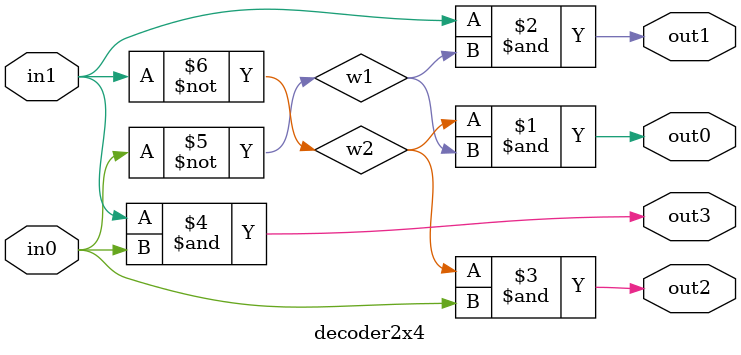
<source format=v>
`timescale 1ns / 1ps
module decoder2x4(in0,in1,out0,out1,out2,out3);
input in0,in1;
output out0,out1,out2,out3;
wire w1,w2;
not n1(w1,in0);
not n2(w2,in1);
and a1(out0,w2,w1);
and a2(out1,in1,w1);
and a3(out2,w2,in0);
and a4(out3,in1,in0);
endmodule

</source>
